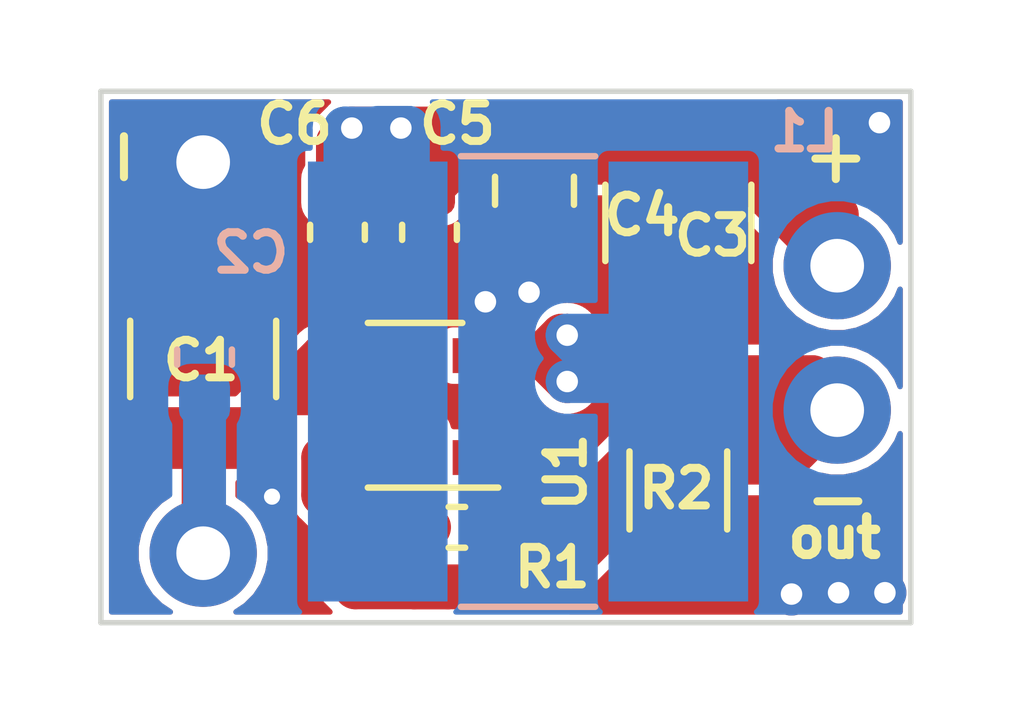
<source format=kicad_pcb>
(kicad_pcb (version 20171130) (host pcbnew "(5.1.7)-1")

  (general
    (thickness 1.6)
    (drawings 5)
    (tracks 135)
    (zones 0)
    (modules 14)
    (nets 7)
  )

  (page A4)
  (layers
    (0 F.Cu signal)
    (31 B.Cu signal)
    (32 B.Adhes user)
    (33 F.Adhes user)
    (34 B.Paste user)
    (35 F.Paste user)
    (36 B.SilkS user)
    (37 F.SilkS user)
    (38 B.Mask user)
    (39 F.Mask user)
    (40 Dwgs.User user)
    (41 Cmts.User user)
    (42 Eco1.User user)
    (43 Eco2.User user)
    (44 Edge.Cuts user)
    (45 Margin user)
    (46 B.CrtYd user)
    (47 F.CrtYd user)
    (48 B.Fab user hide)
    (49 F.Fab user hide)
  )

  (setup
    (last_trace_width 0.25)
    (user_trace_width 0.3)
    (user_trace_width 0.4)
    (user_trace_width 0.6)
    (user_trace_width 0.8)
    (user_trace_width 0.9)
    (user_trace_width 1)
    (trace_clearance 0.2)
    (zone_clearance 0.1)
    (zone_45_only no)
    (trace_min 0.2)
    (via_size 0.8)
    (via_drill 0.4)
    (via_min_size 0.4)
    (via_min_drill 0.3)
    (user_via 0.6 0.3)
    (user_via 0.8 0.4)
    (uvia_size 0.3)
    (uvia_drill 0.1)
    (uvias_allowed no)
    (uvia_min_size 0.2)
    (uvia_min_drill 0.1)
    (edge_width 0.05)
    (segment_width 0.2)
    (pcb_text_width 0.3)
    (pcb_text_size 1.5 1.5)
    (mod_edge_width 0.12)
    (mod_text_size 1 1)
    (mod_text_width 0.15)
    (pad_size 2 2)
    (pad_drill 1)
    (pad_to_mask_clearance 0)
    (aux_axis_origin 0 0)
    (visible_elements 7FFFFFFF)
    (pcbplotparams
      (layerselection 0x010fc_ffffffff)
      (usegerberextensions true)
      (usegerberattributes true)
      (usegerberadvancedattributes true)
      (creategerberjobfile false)
      (excludeedgelayer true)
      (linewidth 0.100000)
      (plotframeref false)
      (viasonmask false)
      (mode 1)
      (useauxorigin false)
      (hpglpennumber 1)
      (hpglpenspeed 20)
      (hpglpendiameter 15.000000)
      (psnegative false)
      (psa4output false)
      (plotreference true)
      (plotvalue true)
      (plotinvisibletext false)
      (padsonsilk true)
      (subtractmaskfromsilk false)
      (outputformat 1)
      (mirror false)
      (drillshape 0)
      (scaleselection 1)
      (outputdirectory "Gerber/"))
  )

  (net 0 "")
  (net 1 GND)
  (net 2 VCC)
  (net 3 OUT+)
  (net 4 OUT-)
  (net 5 "Net-(L1-Pad1)")
  (net 6 "Net-(R1-Pad1)")

  (net_class Default "This is the default net class."
    (clearance 0.2)
    (trace_width 0.25)
    (via_dia 0.8)
    (via_drill 0.4)
    (uvia_dia 0.3)
    (uvia_drill 0.1)
    (add_net GND)
    (add_net "Net-(L1-Pad1)")
    (add_net "Net-(R1-Pad1)")
    (add_net OUT+)
    (add_net OUT-)
    (add_net VCC)
  )

  (module Capacitor_SMD:C_0603_1608Metric (layer B.Cu) (tedit 5F68FEEE) (tstamp 5FC77A5B)
    (at 140.462 88.3176 90)
    (descr "Capacitor SMD 0603 (1608 Metric), square (rectangular) end terminal, IPC_7351 nominal, (Body size source: IPC-SM-782 page 76, https://www.pcb-3d.com/wordpress/wp-content/uploads/ipc-sm-782a_amendment_1_and_2.pdf), generated with kicad-footprint-generator")
    (tags capacitor)
    (path /5FC4705C)
    (attr smd)
    (fp_text reference C2 (at 1.9449 0.8636 180) (layer B.SilkS)
      (effects (font (size 0.7 0.7) (thickness 0.15)) (justify mirror))
    )
    (fp_text value 10uF (at 0 -2.3 90) (layer B.Fab)
      (effects (font (size 1 1) (thickness 0.15)) (justify mirror))
    )
    (fp_line (start 1.48 -0.73) (end -1.48 -0.73) (layer B.CrtYd) (width 0.05))
    (fp_line (start 1.48 0.73) (end 1.48 -0.73) (layer B.CrtYd) (width 0.05))
    (fp_line (start -1.48 0.73) (end 1.48 0.73) (layer B.CrtYd) (width 0.05))
    (fp_line (start -1.48 -0.73) (end -1.48 0.73) (layer B.CrtYd) (width 0.05))
    (fp_line (start -0.14058 -0.51) (end 0.14058 -0.51) (layer B.SilkS) (width 0.12))
    (fp_line (start -0.14058 0.51) (end 0.14058 0.51) (layer B.SilkS) (width 0.12))
    (fp_line (start 0.8 -0.4) (end -0.8 -0.4) (layer B.Fab) (width 0.1))
    (fp_line (start 0.8 0.4) (end 0.8 -0.4) (layer B.Fab) (width 0.1))
    (fp_line (start -0.8 0.4) (end 0.8 0.4) (layer B.Fab) (width 0.1))
    (fp_line (start -0.8 -0.4) (end -0.8 0.4) (layer B.Fab) (width 0.1))
    (fp_text user %R (at 0 0 90) (layer B.Fab)
      (effects (font (size 0.8 0.8) (thickness 0.12)) (justify mirror))
    )
    (pad 2 smd roundrect (at 0.775 0 90) (size 0.9 0.95) (layers B.Cu B.Paste B.Mask) (roundrect_rratio 0.25)
      (net 1 GND))
    (pad 1 smd roundrect (at -0.775 0 90) (size 0.9 0.95) (layers B.Cu B.Paste B.Mask) (roundrect_rratio 0.25)
      (net 2 VCC))
    (model ${KISYS3DMOD}/Capacitor_SMD.3dshapes/C_0603_1608Metric.wrl
      (at (xyz 0 0 0))
      (scale (xyz 1 1 1))
      (rotate (xyz 0 0 0))
    )
  )

  (module Capacitor_SMD:C_0603_1608Metric (layer F.Cu) (tedit 5F68FEEE) (tstamp 5FC755D4)
    (at 144.653 85.992 270)
    (descr "Capacitor SMD 0603 (1608 Metric), square (rectangular) end terminal, IPC_7351 nominal, (Body size source: IPC-SM-782 page 76, https://www.pcb-3d.com/wordpress/wp-content/uploads/ipc-sm-782a_amendment_1_and_2.pdf), generated with kicad-footprint-generator")
    (tags capacitor)
    (path /5FC5837D)
    (attr smd)
    (fp_text reference C5 (at -2.0196 -0.5207 180) (layer F.SilkS)
      (effects (font (size 0.7 0.7) (thickness 0.15)))
    )
    (fp_text value 1uF (at 0 1.43 90) (layer F.Fab)
      (effects (font (size 1 1) (thickness 0.15)))
    )
    (fp_line (start 1.48 0.73) (end -1.48 0.73) (layer F.CrtYd) (width 0.05))
    (fp_line (start 1.48 -0.73) (end 1.48 0.73) (layer F.CrtYd) (width 0.05))
    (fp_line (start -1.48 -0.73) (end 1.48 -0.73) (layer F.CrtYd) (width 0.05))
    (fp_line (start -1.48 0.73) (end -1.48 -0.73) (layer F.CrtYd) (width 0.05))
    (fp_line (start -0.14058 0.51) (end 0.14058 0.51) (layer F.SilkS) (width 0.12))
    (fp_line (start -0.14058 -0.51) (end 0.14058 -0.51) (layer F.SilkS) (width 0.12))
    (fp_line (start 0.8 0.4) (end -0.8 0.4) (layer F.Fab) (width 0.1))
    (fp_line (start 0.8 -0.4) (end 0.8 0.4) (layer F.Fab) (width 0.1))
    (fp_line (start -0.8 -0.4) (end 0.8 -0.4) (layer F.Fab) (width 0.1))
    (fp_line (start -0.8 0.4) (end -0.8 -0.4) (layer F.Fab) (width 0.1))
    (fp_text user %R (at 0 0 90) (layer F.Fab)
      (effects (font (size 0.4 0.4) (thickness 0.06)))
    )
    (pad 2 smd roundrect (at 0.775 0 270) (size 0.9 0.95) (layers F.Cu F.Paste F.Mask) (roundrect_rratio 0.25)
      (net 1 GND))
    (pad 1 smd roundrect (at -0.775 0 270) (size 0.9 0.95) (layers F.Cu F.Paste F.Mask) (roundrect_rratio 0.25)
      (net 3 OUT+))
    (model ${KISYS3DMOD}/Capacitor_SMD.3dshapes/C_0603_1608Metric.wrl
      (at (xyz 0 0 0))
      (scale (xyz 1 1 1))
      (rotate (xyz 0 0 0))
    )
  )

  (module Capacitor_SMD:C_0603_1608Metric (layer F.Cu) (tedit 5F68FEEE) (tstamp 5FC75553)
    (at 142.9385 85.992 270)
    (descr "Capacitor SMD 0603 (1608 Metric), square (rectangular) end terminal, IPC_7351 nominal, (Body size source: IPC-SM-782 page 76, https://www.pcb-3d.com/wordpress/wp-content/uploads/ipc-sm-782a_amendment_1_and_2.pdf), generated with kicad-footprint-generator")
    (tags capacitor)
    (path /5FC4C0B2)
    (attr smd)
    (fp_text reference C6 (at -2.0196 0.8001 180) (layer F.SilkS)
      (effects (font (size 0.7 0.7) (thickness 0.15)))
    )
    (fp_text value 100nF (at 0 1.43 90) (layer F.Fab)
      (effects (font (size 1 1) (thickness 0.15)))
    )
    (fp_line (start 1.48 0.73) (end -1.48 0.73) (layer F.CrtYd) (width 0.05))
    (fp_line (start 1.48 -0.73) (end 1.48 0.73) (layer F.CrtYd) (width 0.05))
    (fp_line (start -1.48 -0.73) (end 1.48 -0.73) (layer F.CrtYd) (width 0.05))
    (fp_line (start -1.48 0.73) (end -1.48 -0.73) (layer F.CrtYd) (width 0.05))
    (fp_line (start -0.14058 0.51) (end 0.14058 0.51) (layer F.SilkS) (width 0.12))
    (fp_line (start -0.14058 -0.51) (end 0.14058 -0.51) (layer F.SilkS) (width 0.12))
    (fp_line (start 0.8 0.4) (end -0.8 0.4) (layer F.Fab) (width 0.1))
    (fp_line (start 0.8 -0.4) (end 0.8 0.4) (layer F.Fab) (width 0.1))
    (fp_line (start -0.8 -0.4) (end 0.8 -0.4) (layer F.Fab) (width 0.1))
    (fp_line (start -0.8 0.4) (end -0.8 -0.4) (layer F.Fab) (width 0.1))
    (fp_text user %R (at 0 0 90) (layer F.Fab)
      (effects (font (size 0.4 0.4) (thickness 0.06)))
    )
    (pad 2 smd roundrect (at 0.775 0 270) (size 0.9 0.95) (layers F.Cu F.Paste F.Mask) (roundrect_rratio 0.25)
      (net 1 GND))
    (pad 1 smd roundrect (at -0.775 0 270) (size 0.9 0.95) (layers F.Cu F.Paste F.Mask) (roundrect_rratio 0.25)
      (net 3 OUT+))
    (model ${KISYS3DMOD}/Capacitor_SMD.3dshapes/C_0603_1608Metric.wrl
      (at (xyz 0 0 0))
      (scale (xyz 1 1 1))
      (rotate (xyz 0 0 0))
    )
  )

  (module Capacitor_SMD:C_1210_3225Metric (layer F.Cu) (tedit 5F68FEEE) (tstamp 5FC77C9B)
    (at 149.2885 85.8157 270)
    (descr "Capacitor SMD 1210 (3225 Metric), square (rectangular) end terminal, IPC_7351 nominal, (Body size source: IPC-SM-782 page 76, https://www.pcb-3d.com/wordpress/wp-content/uploads/ipc-sm-782a_amendment_1_and_2.pdf), generated with kicad-footprint-generator")
    (tags capacitor)
    (path /5FC4BE7B)
    (attr smd)
    (fp_text reference C3 (at 0.2395 -0.635 180) (layer F.SilkS)
      (effects (font (size 0.7 0.7) (thickness 0.15)))
    )
    (fp_text value 47uF (at 0 2.3 90) (layer F.Fab)
      (effects (font (size 1 1) (thickness 0.15)))
    )
    (fp_line (start -1.6 1.25) (end -1.6 -1.25) (layer F.Fab) (width 0.1))
    (fp_line (start -1.6 -1.25) (end 1.6 -1.25) (layer F.Fab) (width 0.1))
    (fp_line (start 1.6 -1.25) (end 1.6 1.25) (layer F.Fab) (width 0.1))
    (fp_line (start 1.6 1.25) (end -1.6 1.25) (layer F.Fab) (width 0.1))
    (fp_line (start -0.711252 -1.36) (end 0.711252 -1.36) (layer F.SilkS) (width 0.12))
    (fp_line (start -0.711252 1.36) (end 0.711252 1.36) (layer F.SilkS) (width 0.12))
    (fp_line (start -2.3 1.6) (end -2.3 -1.6) (layer F.CrtYd) (width 0.05))
    (fp_line (start -2.3 -1.6) (end 2.3 -1.6) (layer F.CrtYd) (width 0.05))
    (fp_line (start 2.3 -1.6) (end 2.3 1.6) (layer F.CrtYd) (width 0.05))
    (fp_line (start 2.3 1.6) (end -2.3 1.6) (layer F.CrtYd) (width 0.05))
    (fp_text user %R (at 0 0 90) (layer F.Fab)
      (effects (font (size 0.8 0.8) (thickness 0.12)))
    )
    (pad 2 smd roundrect (at 1.475 0 270) (size 1.15 2.7) (layers F.Cu F.Paste F.Mask) (roundrect_rratio 0.2173904347826087)
      (net 1 GND))
    (pad 1 smd roundrect (at -1.475 0 270) (size 1.15 2.7) (layers F.Cu F.Paste F.Mask) (roundrect_rratio 0.2173904347826087)
      (net 3 OUT+))
    (model ${KISYS3DMOD}/Capacitor_SMD.3dshapes/C_1210_3225Metric.wrl
      (at (xyz 0 0 0))
      (scale (xyz 1 1 1))
      (rotate (xyz 0 0 0))
    )
  )

  (module Capacitor_SMD:C_1210_3225Metric (layer F.Cu) (tedit 5F68FEEE) (tstamp 5FC6E660)
    (at 140.4366 88.3521 90)
    (descr "Capacitor SMD 1210 (3225 Metric), square (rectangular) end terminal, IPC_7351 nominal, (Body size source: IPC-SM-782 page 76, https://www.pcb-3d.com/wordpress/wp-content/uploads/ipc-sm-782a_amendment_1_and_2.pdf), generated with kicad-footprint-generator")
    (tags capacitor)
    (path /5FC502CD)
    (attr smd)
    (fp_text reference C1 (at -0.0272 -0.0381 180) (layer F.SilkS)
      (effects (font (size 0.7 0.7) (thickness 0.15)))
    )
    (fp_text value 10uF (at 0 2.3 90) (layer F.Fab)
      (effects (font (size 1 1) (thickness 0.15)))
    )
    (fp_line (start -1.6 1.25) (end -1.6 -1.25) (layer F.Fab) (width 0.1))
    (fp_line (start -1.6 -1.25) (end 1.6 -1.25) (layer F.Fab) (width 0.1))
    (fp_line (start 1.6 -1.25) (end 1.6 1.25) (layer F.Fab) (width 0.1))
    (fp_line (start 1.6 1.25) (end -1.6 1.25) (layer F.Fab) (width 0.1))
    (fp_line (start -0.711252 -1.36) (end 0.711252 -1.36) (layer F.SilkS) (width 0.12))
    (fp_line (start -0.711252 1.36) (end 0.711252 1.36) (layer F.SilkS) (width 0.12))
    (fp_line (start -2.3 1.6) (end -2.3 -1.6) (layer F.CrtYd) (width 0.05))
    (fp_line (start -2.3 -1.6) (end 2.3 -1.6) (layer F.CrtYd) (width 0.05))
    (fp_line (start 2.3 -1.6) (end 2.3 1.6) (layer F.CrtYd) (width 0.05))
    (fp_line (start 2.3 1.6) (end -2.3 1.6) (layer F.CrtYd) (width 0.05))
    (fp_text user %R (at 0 0 90) (layer F.Fab)
      (effects (font (size 0.8 0.8) (thickness 0.12)))
    )
    (pad 2 smd roundrect (at 1.475 0 90) (size 1.15 2.7) (layers F.Cu F.Paste F.Mask) (roundrect_rratio 0.2173904347826087)
      (net 1 GND))
    (pad 1 smd roundrect (at -1.475 0 90) (size 1.15 2.7) (layers F.Cu F.Paste F.Mask) (roundrect_rratio 0.2173904347826087)
      (net 2 VCC))
    (model ${KISYS3DMOD}/Capacitor_SMD.3dshapes/C_1210_3225Metric.wrl
      (at (xyz 0 0 0))
      (scale (xyz 1 1 1))
      (rotate (xyz 0 0 0))
    )
  )

  (module Mounting_Wuerth:MountingHole_2mm_Pad_Giannis_custom (layer F.Cu) (tedit 5FC6AFD8) (tstamp 5FC7694E)
    (at 140.4366 84.3661)
    (descr "Mounting Hole 2.5mm")
    (tags "mounting hole 2.5mm")
    (path /5FC7E479)
    (attr virtual)
    (fp_text reference H2 (at 0.1016 -2.9845) (layer F.SilkS) hide
      (effects (font (size 1 1) (thickness 0.15)))
    )
    (fp_text value MountingHole_Pad (at 0 3.5) (layer F.Fab)
      (effects (font (size 1 1) (thickness 0.15)))
    )
    (fp_text user %R (at 0.3 0) (layer F.Fab)
      (effects (font (size 1 1) (thickness 0.15)))
    )
    (pad 1 thru_hole circle (at 0 0.3175) (size 2 2) (drill 1) (layers *.Cu *.Mask)
      (net 1 GND))
  )

  (module Resistor_SMD:R_0402_1005Metric (layer F.Cu) (tedit 5F68FEEE) (tstamp 5FC72B1C)
    (at 145.163 91.4908 180)
    (descr "Resistor SMD 0402 (1005 Metric), square (rectangular) end terminal, IPC_7351 nominal, (Body size source: IPC-SM-782 page 72, https://www.pcb-3d.com/wordpress/wp-content/uploads/ipc-sm-782a_amendment_1_and_2.pdf), generated with kicad-footprint-generator")
    (tags resistor)
    (path /5FC60352)
    (attr smd)
    (fp_text reference R1 (at -1.776 -0.7493 180) (layer F.SilkS)
      (effects (font (size 0.7 0.7) (thickness 0.15)))
    )
    (fp_text value 10k (at 0 1.82) (layer F.Fab)
      (effects (font (size 1 1) (thickness 0.15)))
    )
    (fp_line (start 0.93 0.47) (end -0.93 0.47) (layer F.CrtYd) (width 0.05))
    (fp_line (start 0.93 -0.47) (end 0.93 0.47) (layer F.CrtYd) (width 0.05))
    (fp_line (start -0.93 -0.47) (end 0.93 -0.47) (layer F.CrtYd) (width 0.05))
    (fp_line (start -0.93 0.47) (end -0.93 -0.47) (layer F.CrtYd) (width 0.05))
    (fp_line (start -0.153641 0.38) (end 0.153641 0.38) (layer F.SilkS) (width 0.12))
    (fp_line (start -0.153641 -0.38) (end 0.153641 -0.38) (layer F.SilkS) (width 0.12))
    (fp_line (start 0.525 0.27) (end -0.525 0.27) (layer F.Fab) (width 0.1))
    (fp_line (start 0.525 -0.27) (end 0.525 0.27) (layer F.Fab) (width 0.1))
    (fp_line (start -0.525 -0.27) (end 0.525 -0.27) (layer F.Fab) (width 0.1))
    (fp_line (start -0.525 0.27) (end -0.525 -0.27) (layer F.Fab) (width 0.1))
    (fp_text user %R (at 0 0) (layer F.Fab)
      (effects (font (size 0.8 0.8) (thickness 0.12)))
    )
    (pad 2 smd roundrect (at 0.51 0 180) (size 0.54 0.64) (layers F.Cu F.Paste F.Mask) (roundrect_rratio 0.25)
      (net 2 VCC))
    (pad 1 smd roundrect (at -0.51 0 180) (size 0.54 0.64) (layers F.Cu F.Paste F.Mask) (roundrect_rratio 0.25)
      (net 6 "Net-(R1-Pad1)"))
    (model ${KISYS3DMOD}/Resistor_SMD.3dshapes/R_0402_1005Metric.wrl
      (at (xyz 0 0 0))
      (scale (xyz 1 1 1))
      (rotate (xyz 0 0 0))
    )
  )

  (module MountingHole:MountingHole_2.5mm_Pad (layer F.Cu) (tedit 5FC6B070) (tstamp 5FC77C1A)
    (at 154.686 89.408)
    (descr "Mounting Hole 2.5mm")
    (tags "mounting hole 2.5mm")
    (path /5FC80729)
    (attr virtual)
    (fp_text reference - (at -2.4257 1.524) (layer F.SilkS)
      (effects (font (size 1 1) (thickness 0.15)))
    )
    (fp_text value MountingHole_Pad (at 0 3.5) (layer F.Fab)
      (effects (font (size 1 1) (thickness 0.15)))
    )
    (fp_text user %R (at 0.3 0) (layer F.Fab)
      (effects (font (size 1 1) (thickness 0.15)))
    )
    (pad 1 thru_hole circle (at -2.4384 -0.1016) (size 2 2) (drill 1) (layers *.Cu *.Mask)
      (net 4 OUT-))
  )

  (module MountingHole:MountingHole_2.5mm_Pad (layer F.Cu) (tedit 5FC6B04F) (tstamp 5FC7684F)
    (at 154.686 86.106)
    (descr "Mounting Hole 2.5mm")
    (tags "mounting hole 2.5mm")
    (path /5FC7F5A5)
    (attr virtual)
    (fp_text reference + (at -2.4638 -1.5621) (layer F.SilkS)
      (effects (font (size 1 1) (thickness 0.15)))
    )
    (fp_text value MountingHole_Pad (at 0 3.5) (layer F.Fab)
      (effects (font (size 1 1) (thickness 0.15)))
    )
    (fp_text user %R (at 0.3 0) (layer F.Fab)
      (effects (font (size 1 1) (thickness 0.15)))
    )
    (pad 1 thru_hole circle (at -2.4384 0.508) (size 2 2) (drill 1) (layers *.Cu *.Mask)
      (net 3 OUT+))
  )

  (module MountingHole:MountingHole_2.5mm_Pad (layer F.Cu) (tedit 5FC6B02E) (tstamp 5FC77757)
    (at 139.6746 89.8271)
    (descr "Mounting Hole 2.5mm")
    (tags "mounting hole 2.5mm")
    (path /5FC683DC)
    (attr virtual)
    (fp_text reference - (at -0.7874 -5.2451 90) (layer F.SilkS)
      (effects (font (size 1 1) (thickness 0.15)))
    )
    (fp_text value MountingHole_Pad (at 0 3.5) (layer F.Fab)
      (effects (font (size 1 1) (thickness 0.15)))
    )
    (fp_text user %R (at 0.3 0) (layer F.Fab)
      (effects (font (size 1 1) (thickness 0.15)))
    )
    (pad 1 thru_hole circle (at 0.762 2.1463) (size 2 2) (drill 1) (layers *.Cu *.Mask)
      (net 2 VCC))
  )

  (module Capacitor_SMD:C_0805_2012Metric (layer F.Cu) (tedit 5F68FEEE) (tstamp 5FC76D03)
    (at 146.6088 85.217 270)
    (descr "Capacitor SMD 0805 (2012 Metric), square (rectangular) end terminal, IPC_7351 nominal, (Body size source: IPC-SM-782 page 76, https://www.pcb-3d.com/wordpress/wp-content/uploads/ipc-sm-782a_amendment_1_and_2.pdf, https://docs.google.com/spreadsheets/d/1BsfQQcO9C6DZCsRaXUlFlo91Tg2WpOkGARC1WS5S8t0/edit?usp=sharing), generated with kicad-footprint-generator")
    (tags capacitor)
    (path /5FC56C6D)
    (attr smd)
    (fp_text reference C4 (at 0.4572 -2.0066 180) (layer F.SilkS)
      (effects (font (size 0.7 0.7) (thickness 0.15)))
    )
    (fp_text value 10uF (at 0 1.68 90) (layer F.Fab)
      (effects (font (size 1 1) (thickness 0.15)))
    )
    (fp_line (start 1.7 0.98) (end -1.7 0.98) (layer F.CrtYd) (width 0.05))
    (fp_line (start 1.7 -0.98) (end 1.7 0.98) (layer F.CrtYd) (width 0.05))
    (fp_line (start -1.7 -0.98) (end 1.7 -0.98) (layer F.CrtYd) (width 0.05))
    (fp_line (start -1.7 0.98) (end -1.7 -0.98) (layer F.CrtYd) (width 0.05))
    (fp_line (start -0.261252 0.735) (end 0.261252 0.735) (layer F.SilkS) (width 0.12))
    (fp_line (start -0.261252 -0.735) (end 0.261252 -0.735) (layer F.SilkS) (width 0.12))
    (fp_line (start 1 0.625) (end -1 0.625) (layer F.Fab) (width 0.1))
    (fp_line (start 1 -0.625) (end 1 0.625) (layer F.Fab) (width 0.1))
    (fp_line (start -1 -0.625) (end 1 -0.625) (layer F.Fab) (width 0.1))
    (fp_line (start -1 0.625) (end -1 -0.625) (layer F.Fab) (width 0.1))
    (fp_text user %R (at 0 0 90) (layer F.Fab)
      (effects (font (size 0.5 0.5) (thickness 0.08)))
    )
    (pad 2 smd roundrect (at 0.95 0 270) (size 1 1.45) (layers F.Cu F.Paste F.Mask) (roundrect_rratio 0.25)
      (net 1 GND))
    (pad 1 smd roundrect (at -0.95 0 270) (size 1 1.45) (layers F.Cu F.Paste F.Mask) (roundrect_rratio 0.25)
      (net 3 OUT+))
    (model ${KISYS3DMOD}/Capacitor_SMD.3dshapes/C_0805_2012Metric.wrl
      (at (xyz 0 0 0))
      (scale (xyz 1 1 1))
      (rotate (xyz 0 0 0))
    )
  )

  (module Package_TO_SOT_SMD:TSOT-23-5 (layer F.Cu) (tedit 5A02FF57) (tstamp 5FC73FBC)
    (at 144.3844 89.2404 180)
    (descr "5-pin TSOT23 package, http://cds.linear.com/docs/en/packaging/SOT_5_05-08-1635.pdf")
    (tags TSOT-23-5)
    (path /5FC405BB)
    (attr smd)
    (fp_text reference U1 (at -2.8086 -1.2217 90) (layer F.SilkS)
      (effects (font (size 0.7 0.7) (thickness 0.15)))
    )
    (fp_text value PAM2804 (at 0 2.5) (layer F.Fab)
      (effects (font (size 1 1) (thickness 0.15)))
    )
    (fp_line (start -0.88 1.56) (end 0.88 1.56) (layer F.SilkS) (width 0.12))
    (fp_line (start 0.88 -1.51) (end -1.55 -1.51) (layer F.SilkS) (width 0.12))
    (fp_line (start -0.88 -1) (end -0.43 -1.45) (layer F.Fab) (width 0.1))
    (fp_line (start 0.88 -1.45) (end -0.43 -1.45) (layer F.Fab) (width 0.1))
    (fp_line (start -0.88 -1) (end -0.88 1.45) (layer F.Fab) (width 0.1))
    (fp_line (start 0.88 1.45) (end -0.88 1.45) (layer F.Fab) (width 0.1))
    (fp_line (start 0.88 -1.45) (end 0.88 1.45) (layer F.Fab) (width 0.1))
    (fp_line (start -2.17 -1.7) (end 2.17 -1.7) (layer F.CrtYd) (width 0.05))
    (fp_line (start -2.17 -1.7) (end -2.17 1.7) (layer F.CrtYd) (width 0.05))
    (fp_line (start 2.17 1.7) (end 2.17 -1.7) (layer F.CrtYd) (width 0.05))
    (fp_line (start 2.17 1.7) (end -2.17 1.7) (layer F.CrtYd) (width 0.05))
    (fp_text user %R (at 0 0 180) (layer F.Fab)
      (effects (font (size 0.5 0.5) (thickness 0.075)))
    )
    (pad 5 smd rect (at 1.31 -0.95 180) (size 1.22 0.65) (layers F.Cu F.Paste F.Mask)
      (net 4 OUT-))
    (pad 4 smd rect (at 1.31 0.95 180) (size 1.22 0.65) (layers F.Cu F.Paste F.Mask)
      (net 2 VCC))
    (pad 3 smd rect (at -1.31 0.95 180) (size 1.22 0.65) (layers F.Cu F.Paste F.Mask)
      (net 5 "Net-(L1-Pad1)"))
    (pad 2 smd rect (at -1.31 0 180) (size 1.22 0.65) (layers F.Cu F.Paste F.Mask)
      (net 1 GND))
    (pad 1 smd rect (at -1.31 -0.95 180) (size 1.22 0.65) (layers F.Cu F.Paste F.Mask)
      (net 6 "Net-(R1-Pad1)"))
    (model ${KISYS3DMOD}/Package_TO_SOT_SMD.3dshapes/TSOT-23-5.wrl
      (at (xyz 0 0 0))
      (scale (xyz 1 1 1))
      (rotate (xyz 0 0 0))
    )
  )

  (module Resistor_SMD:R_1206_3216Metric (layer F.Cu) (tedit 5F68FEEE) (tstamp 5FC739E0)
    (at 149.2885 90.803 270)
    (descr "Resistor SMD 1206 (3216 Metric), square (rectangular) end terminal, IPC_7351 nominal, (Body size source: IPC-SM-782 page 72, https://www.pcb-3d.com/wordpress/wp-content/uploads/ipc-sm-782a_amendment_1_and_2.pdf), generated with kicad-footprint-generator")
    (tags resistor)
    (path /5FC53DC6)
    (attr smd)
    (fp_text reference R2 (at -0.0361 0.0381) (layer F.SilkS)
      (effects (font (size 0.7 0.7) (thickness 0.15)))
    )
    (fp_text value 0.33R (at 0 1.82 90) (layer F.Fab)
      (effects (font (size 1 1) (thickness 0.15)))
    )
    (fp_line (start 2.28 1.12) (end -2.28 1.12) (layer F.CrtYd) (width 0.05))
    (fp_line (start 2.28 -1.12) (end 2.28 1.12) (layer F.CrtYd) (width 0.05))
    (fp_line (start -2.28 -1.12) (end 2.28 -1.12) (layer F.CrtYd) (width 0.05))
    (fp_line (start -2.28 1.12) (end -2.28 -1.12) (layer F.CrtYd) (width 0.05))
    (fp_line (start -0.727064 0.91) (end 0.727064 0.91) (layer F.SilkS) (width 0.12))
    (fp_line (start -0.727064 -0.91) (end 0.727064 -0.91) (layer F.SilkS) (width 0.12))
    (fp_line (start 1.6 0.8) (end -1.6 0.8) (layer F.Fab) (width 0.1))
    (fp_line (start 1.6 -0.8) (end 1.6 0.8) (layer F.Fab) (width 0.1))
    (fp_line (start -1.6 -0.8) (end 1.6 -0.8) (layer F.Fab) (width 0.1))
    (fp_line (start -1.6 0.8) (end -1.6 -0.8) (layer F.Fab) (width 0.1))
    (fp_text user %R (at 0 0 90) (layer F.Fab)
      (effects (font (size 0.8 0.8) (thickness 0.12)))
    )
    (pad 1 smd roundrect (at -1.4625 0 270) (size 1.125 1.75) (layers F.Cu F.Paste F.Mask) (roundrect_rratio 0.2222195555555556)
      (net 4 OUT-))
    (pad 2 smd roundrect (at 1.4625 0 270) (size 1.125 1.75) (layers F.Cu F.Paste F.Mask) (roundrect_rratio 0.2222195555555556)
      (net 1 GND))
    (model ${KISYS3DMOD}/Resistor_SMD.3dshapes/R_1206_3216Metric.wrl
      (at (xyz 0 0 0))
      (scale (xyz 1 1 1))
      (rotate (xyz 0 0 0))
    )
  )

  (module Inductor_SMD:L_Bourns-SRN8040_8x8.15mm (layer B.Cu) (tedit 5D866CC7) (tstamp 5FC6DEF5)
    (at 146.4885 88.773 180)
    (descr "Bourns SRN8040 series SMD inductor 8x8.15mm, https://www.bourns.com/docs/Product-Datasheets/SRN8040.pdf")
    (tags "Bourns SRN8040 SMD inductor")
    (path /5FC49BAF)
    (attr smd)
    (fp_text reference L1 (at -5.1495 4.6609) (layer B.SilkS)
      (effects (font (size 0.7 0.7) (thickness 0.15)) (justify mirror))
    )
    (fp_text value 4.7uH (at 0.17 -5.23) (layer B.Fab)
      (effects (font (size 1 1) (thickness 0.15)) (justify mirror))
    )
    (fp_line (start -4.35 -4.35) (end 4.35 -4.35) (layer B.CrtYd) (width 0.05))
    (fp_line (start 1.25 4.2) (end -1.25 4.2) (layer B.SilkS) (width 0.12))
    (fp_line (start -1.8 4.075) (end 1.8 4.075) (layer B.Fab) (width 0.1))
    (fp_line (start -4 1.96) (end -4 -1.96) (layer B.Fab) (width 0.1))
    (fp_line (start 4 1.96) (end 4 -1.96) (layer B.Fab) (width 0.1))
    (fp_line (start -1.25 -4.2) (end 1.25 -4.2) (layer B.SilkS) (width 0.12))
    (fp_line (start 4.35 4.35) (end 4.35 -4.35) (layer B.CrtYd) (width 0.05))
    (fp_line (start 1.8 -4.075) (end -1.8 -4.075) (layer B.Fab) (width 0.1))
    (fp_line (start -4.35 4.35) (end 4.35 4.35) (layer B.CrtYd) (width 0.05))
    (fp_line (start -4.35 4.35) (end -4.35 -4.35) (layer B.CrtYd) (width 0.05))
    (fp_arc (start 0 0) (end 1.8 -4.075) (angle 40) (layer B.Fab) (width 0.1))
    (fp_text user %R (at 0.127 0) (layer B.Fab)
      (effects (font (size 1 1) (thickness 0.15)) (justify mirror))
    )
    (fp_arc (start 0 0) (end -1.8 4.075) (angle 40) (layer B.Fab) (width 0.1))
    (fp_arc (start 0 0) (end -4 -1.96) (angle 40) (layer B.Fab) (width 0.1))
    (fp_arc (start 0 0) (end 4 1.96) (angle 40.06324546) (layer B.Fab) (width 0.1))
    (pad 2 smd rect (at 2.8 0 180) (size 2.6 8.2) (layers B.Cu B.Paste B.Mask)
      (net 3 OUT+))
    (pad 1 smd rect (at -2.8 0 180) (size 2.6 8.2) (layers B.Cu B.Paste B.Mask)
      (net 5 "Net-(L1-Pad1)"))
    (model ${KISYS3DMOD}/Inductor_SMD.3dshapes/L_Bourns-SRN8040_8x8.15mm.wrl
      (at (xyz 0 0 0))
      (scale (xyz 1 1 1))
      (rotate (xyz 0 0 0))
    )
  )

  (gr_text out (at 152.1968 91.6813) (layer F.SilkS)
    (effects (font (size 0.7 0.7) (thickness 0.175)))
  )
  (gr_line (start 153.6192 83.3628) (end 153.6192 93.2688) (layer Edge.Cuts) (width 0.1))
  (gr_line (start 138.5316 83.3628) (end 153.6192 83.3628) (layer Edge.Cuts) (width 0.1))
  (gr_line (start 138.5316 93.2688) (end 138.5316 83.3628) (layer Edge.Cuts) (width 0.1))
  (gr_line (start 153.6192 93.2688) (end 138.5316 93.2688) (layer Edge.Cuts) (width 0.1))

  (segment (start 140.4366 86.8771) (end 140.4366 84.6836) (width 0.8) (layer F.Cu) (net 1) (tstamp 5FCB1708))
  (via (at 151.3967 92.7354) (size 0.8) (drill 0.4) (layers F.Cu B.Cu) (net 1))
  (via (at 152.273 92.71) (size 0.8) (drill 0.4) (layers F.Cu B.Cu) (net 1))
  (via (at 153.1366 92.71) (size 0.8) (drill 0.4) (layers F.Cu B.Cu) (net 1))
  (via (at 145.6944 87.2871) (size 0.8) (drill 0.4) (layers F.Cu B.Cu) (net 1))
  (via (at 146.5072 87.1093) (size 0.8) (drill 0.4) (layers F.Cu B.Cu) (net 1))
  (via (at 153.035 83.947) (size 0.8) (drill 0.4) (layers F.Cu B.Cu) (net 1))
  (via (at 141.7193 90.9193) (size 0.6) (drill 0.3) (layers F.Cu B.Cu) (net 1))
  (segment (start 140.4366 91.9734) (end 140.4366 89.8271) (width 0.8) (layer F.Cu) (net 2))
  (segment (start 140.4366 89.8271) (end 141.1224 89.8271) (width 0.8) (layer F.Cu) (net 2))
  (segment (start 142.6591 88.2904) (end 143.0744 88.2904) (width 0.8) (layer F.Cu) (net 2))
  (segment (start 143.4846 88.2904) (end 143.0744 88.2904) (width 0.8) (layer F.Cu) (net 2))
  (segment (start 144.653 91.4908) (end 144.47191 91.30971) (width 0.8) (layer F.Cu) (net 2))
  (segment (start 143.0744 88.2904) (end 143.0744 88.383673) (width 0.8) (layer F.Cu) (net 2))
  (segment (start 144.47191 89.781183) (end 144.47191 91.30971) (width 0.8) (layer F.Cu) (net 2))
  (segment (start 143.387526 88.6968) (end 143.474163 88.783437) (width 0.8) (layer F.Cu) (net 2))
  (segment (start 142.2527 88.6968) (end 143.387526 88.6968) (width 0.8) (layer F.Cu) (net 2))
  (segment (start 143.0744 88.383673) (end 143.474163 88.783437) (width 0.8) (layer F.Cu) (net 2))
  (segment (start 142.2527 88.6968) (end 142.6591 88.2904) (width 0.8) (layer F.Cu) (net 2))
  (segment (start 143.0744 88.2904) (end 143.5862 88.2904) (width 0.8) (layer F.Cu) (net 2))
  (segment (start 143.734514 88.438714) (end 143.734514 89.043786) (width 0.8) (layer F.Cu) (net 2))
  (segment (start 143.5862 88.2904) (end 143.734514 88.438714) (width 0.8) (layer F.Cu) (net 2))
  (segment (start 143.734514 89.043786) (end 144.47191 89.781183) (width 0.8) (layer F.Cu) (net 2))
  (segment (start 143.474163 88.783437) (end 143.734514 89.043786) (width 0.8) (layer F.Cu) (net 2))
  (segment (start 143.692328 89.0016) (end 143.734514 89.043786) (width 0.8) (layer F.Cu) (net 2))
  (segment (start 141.9479 89.0016) (end 143.692328 89.0016) (width 0.8) (layer F.Cu) (net 2))
  (segment (start 141.1224 89.8271) (end 141.9479 89.0016) (width 0.8) (layer F.Cu) (net 2))
  (segment (start 141.9479 89.0016) (end 142.2527 88.6968) (width 0.8) (layer F.Cu) (net 2))
  (segment (start 140.462 91.948) (end 140.4366 91.9734) (width 0.8) (layer B.Cu) (net 2))
  (segment (start 140.462 89.0926) (end 140.462 91.948) (width 0.8) (layer B.Cu) (net 2))
  (segment (start 149.2758 84.2772) (end 149.9108 84.2772) (width 0.8) (layer F.Cu) (net 3))
  (segment (start 149.1996 84.201) (end 149.2758 84.2772) (width 0.8) (layer F.Cu) (net 3))
  (segment (start 144.653 85.217) (end 144.6657 85.217) (width 0.6) (layer F.Cu) (net 3))
  (segment (start 143.6885 88.773) (end 143.6885 84.5446) (width 0.8) (layer B.Cu) (net 3))
  (segment (start 143.0782 88.1627) (end 143.6885 88.773) (width 0.8) (layer B.Cu) (net 3))
  (segment (start 143.0782 84.0486) (end 143.0782 88.1627) (width 0.8) (layer B.Cu) (net 3))
  (segment (start 143.8148 84.0486) (end 143.0782 84.0486) (width 0.8) (layer B.Cu) (net 3))
  (segment (start 143.6885 84.0352) (end 144.2586 84.0352) (width 0.8) (layer B.Cu) (net 3))
  (segment (start 144.2586 88.2029) (end 143.6885 88.773) (width 0.8) (layer B.Cu) (net 3))
  (segment (start 144.2586 84.0352) (end 144.2586 88.2029) (width 0.8) (layer B.Cu) (net 3))
  (segment (start 143.0782 84.0486) (end 143.0782 84.0486) (width 0.8) (layer B.Cu) (net 3) (tstamp 5FC7DE1D))
  (via (at 143.2052 84.0486) (size 0.8) (drill 0.4) (layers F.Cu B.Cu) (net 3))
  (segment (start 144.2586 84.0352) (end 144.2586 84.0352) (width 0.8) (layer B.Cu) (net 3) (tstamp 5FC7DE1F))
  (via (at 144.1196 84.0486) (size 0.8) (drill 0.4) (layers F.Cu B.Cu) (net 3))
  (segment (start 142.9385 84.3153) (end 143.2052 84.0486) (width 0.8) (layer F.Cu) (net 3))
  (segment (start 142.9385 85.217) (end 142.9385 84.3153) (width 0.8) (layer F.Cu) (net 3))
  (segment (start 143.2052 84.0486) (end 144.1196 84.0486) (width 0.8) (layer F.Cu) (net 3))
  (segment (start 144.653 84.582) (end 144.1196 84.0486) (width 0.8) (layer F.Cu) (net 3))
  (segment (start 144.653 85.217) (end 144.653 84.582) (width 0.8) (layer F.Cu) (net 3))
  (segment (start 143.5989 85.217) (end 143.5989 84.7598) (width 0.8) (layer F.Cu) (net 3))
  (segment (start 142.9385 85.217) (end 143.5989 85.217) (width 0.8) (layer F.Cu) (net 3))
  (segment (start 143.5989 85.217) (end 144.653 85.217) (width 0.8) (layer F.Cu) (net 3))
  (segment (start 143.5989 84.7598) (end 143.7005 84.6582) (width 0.8) (layer F.Cu) (net 3))
  (segment (start 143.7005 84.6582) (end 144.0561 84.6582) (width 0.8) (layer F.Cu) (net 3))
  (segment (start 146.6088 84.267) (end 145.603 84.267) (width 0.8) (layer F.Cu) (net 3))
  (segment (start 144.338 84.267) (end 144.1196 84.0486) (width 0.8) (layer F.Cu) (net 3))
  (segment (start 145.603 84.267) (end 144.338 84.267) (width 0.8) (layer F.Cu) (net 3))
  (segment (start 149.2148 84.267) (end 149.2885 84.3407) (width 0.8) (layer F.Cu) (net 3))
  (segment (start 146.6088 84.267) (end 149.2148 84.267) (width 0.8) (layer F.Cu) (net 3))
  (segment (start 149.2885 84.3407) (end 149.9743 84.3407) (width 0.8) (layer F.Cu) (net 3))
  (segment (start 151.0157 84.4296) (end 152.2476 85.6615) (width 0.8) (layer F.Cu) (net 3))
  (segment (start 150.33625 84.70265) (end 150.46325 84.82965) (width 0.8) (layer F.Cu) (net 3))
  (segment (start 150.46325 84.82965) (end 152.2476 86.614) (width 0.8) (layer F.Cu) (net 3))
  (segment (start 145.603 84.267) (end 145.16735 84.70265) (width 0.8) (layer F.Cu) (net 3))
  (segment (start 145.16735 84.70265) (end 150.33625 84.70265) (width 0.8) (layer F.Cu) (net 3))
  (segment (start 149.9743 84.3407) (end 150.46325 84.82965) (width 0.8) (layer F.Cu) (net 3))
  (segment (start 145.16735 84.70265) (end 144.653 85.217) (width 0.8) (layer F.Cu) (net 3))
  (segment (start 151.0157 84.3661) (end 150.7998 84.1502) (width 0.8) (layer F.Cu) (net 3))
  (segment (start 151.0157 84.4296) (end 151.0157 84.3661) (width 0.8) (layer F.Cu) (net 3))
  (segment (start 150.7998 84.1502) (end 149.479 84.1502) (width 0.8) (layer F.Cu) (net 3))
  (segment (start 149.2885 84.3407) (end 149.479 84.1502) (width 0.8) (layer F.Cu) (net 3))
  (segment (start 150.6982 84.0486) (end 150.7998 84.1502) (width 0.8) (layer F.Cu) (net 3))
  (segment (start 144.1196 84.0486) (end 150.6982 84.0486) (width 0.8) (layer F.Cu) (net 3))
  (segment (start 150.6982 84.0486) (end 151.0157 84.3661) (width 0.8) (layer F.Cu) (net 3))
  (segment (start 152.2476 86.614) (end 152.2476 85.6615) (width 0.8) (layer F.Cu) (net 3))
  (segment (start 152.2135 89.3405) (end 152.2476 89.3064) (width 0.8) (layer F.Cu) (net 4))
  (segment (start 142.6641 90.1904) (end 143.0744 90.1904) (width 0.8) (layer F.Cu) (net 4))
  (segment (start 143.0744 91.2965) (end 143.0744 91.2406) (width 0.8) (layer F.Cu) (net 4))
  (segment (start 143.4669 90.1904) (end 143.0744 90.1904) (width 0.8) (layer F.Cu) (net 4))
  (segment (start 142.6641 90.8862) (end 142.6641 90.1904) (width 0.8) (layer F.Cu) (net 4))
  (segment (start 143.0744 91.2965) (end 142.6641 90.8862) (width 0.8) (layer F.Cu) (net 4))
  (segment (start 146.046 92.583) (end 143.8021 92.583) (width 0.8) (layer F.Cu) (net 4))
  (segment (start 143.8021 92.583) (end 143.0744 91.8553) (width 0.8) (layer F.Cu) (net 4))
  (segment (start 143.0744 91.8553) (end 143.0744 91.2965) (width 0.8) (layer F.Cu) (net 4))
  (segment (start 143.0744 91.2406) (end 143.4719 90.8431) (width 0.8) (layer F.Cu) (net 4))
  (segment (start 143.4719 90.1954) (end 143.4669 90.1904) (width 0.8) (layer F.Cu) (net 4))
  (segment (start 143.4719 90.8431) (end 143.4719 90.1954) (width 0.8) (layer F.Cu) (net 4))
  (segment (start 143.0744 90.1904) (end 143.0744 90.6564) (width 0.8) (layer F.Cu) (net 4))
  (segment (start 143.0744 92.4217) (end 143.27149 92.61879) (width 0.8) (layer F.Cu) (net 4))
  (segment (start 143.0744 91.8553) (end 143.0744 92.4217) (width 0.8) (layer F.Cu) (net 4))
  (segment (start 150.3085 89.3405) (end 152.2135 89.3405) (width 0.8) (layer F.Cu) (net 4))
  (segment (start 150.073902 89.3405) (end 150.3085 89.3405) (width 0.8) (layer F.Cu) (net 4))
  (segment (start 149.2885 89.3405) (end 150.3085 89.3405) (width 0.8) (layer F.Cu) (net 4))
  (segment (start 144.366764 92.61879) (end 144.99821 92.61879) (width 0.8) (layer F.Cu) (net 4))
  (segment (start 143.0744 91.2406) (end 143.0744 91.326426) (width 0.8) (layer F.Cu) (net 4))
  (segment (start 144.99821 92.61879) (end 146.795612 92.61879) (width 0.8) (layer F.Cu) (net 4))
  (segment (start 143.27149 92.61879) (end 144.99821 92.61879) (width 0.8) (layer F.Cu) (net 4))
  (segment (start 143.4719 91.694) (end 143.456937 91.708963) (width 0.8) (layer F.Cu) (net 4))
  (segment (start 143.4719 90.8431) (end 143.4719 91.694) (width 0.8) (layer F.Cu) (net 4))
  (segment (start 143.456937 91.708963) (end 144.366764 92.61879) (width 0.8) (layer F.Cu) (net 4))
  (segment (start 143.0744 91.326426) (end 143.456937 91.708963) (width 0.8) (layer F.Cu) (net 4))
  (segment (start 151.259999 90.294001) (end 152.2476 89.3064) (width 0.8) (layer F.Cu) (net 4))
  (segment (start 146.795612 92.61879) (end 149.120401 90.294001) (width 0.8) (layer F.Cu) (net 4))
  (segment (start 149.120401 90.294001) (end 150.073902 89.3405) (width 0.8) (layer F.Cu) (net 4))
  (segment (start 152.2476 89.3064) (end 152.2476 89.1413) (width 0.8) (layer F.Cu) (net 4))
  (segment (start 152.2476 89.1413) (end 151.7904 88.6841) (width 0.8) (layer F.Cu) (net 4))
  (segment (start 149.9449 88.6841) (end 149.2885 89.3405) (width 0.8) (layer F.Cu) (net 4))
  (segment (start 151.7904 88.6841) (end 149.9449 88.6841) (width 0.8) (layer F.Cu) (net 4))
  (segment (start 149.2885 89.3405) (end 146.046 92.583) (width 0.8) (layer F.Cu) (net 4))
  (segment (start 150.306498 89.3405) (end 151.259999 90.294001) (width 0.8) (layer F.Cu) (net 4))
  (segment (start 149.2885 89.3405) (end 150.306498 89.3405) (width 0.8) (layer F.Cu) (net 4))
  (segment (start 150.3085 89.7088) (end 149.723299 90.294001) (width 0.8) (layer F.Cu) (net 4))
  (segment (start 150.3085 89.3405) (end 150.3085 89.7088) (width 0.8) (layer F.Cu) (net 4))
  (segment (start 149.723299 90.294001) (end 151.259999 90.294001) (width 0.8) (layer F.Cu) (net 4))
  (segment (start 149.120401 90.294001) (end 149.723299 90.294001) (width 0.8) (layer F.Cu) (net 4))
  (via (at 147.2184 88.773) (size 0.8) (drill 0.4) (layers F.Cu B.Cu) (net 5))
  (segment (start 149.1488 88.9127) (end 149.2885 88.773) (width 0.6) (layer B.Cu) (net 5))
  (segment (start 145.6944 88.2904) (end 146.5961 88.2904) (width 0.6) (layer F.Cu) (net 5))
  (segment (start 147.2184 87.9094) (end 147.2184 87.9094) (width 0.8) (layer B.Cu) (net 5) (tstamp 5FC7DC0A))
  (via (at 147.2184 87.9094) (size 0.8) (drill 0.4) (layers F.Cu B.Cu) (net 5) (tstamp 5FC7DC42))
  (segment (start 148.4249 87.9094) (end 149.2885 88.773) (width 0.8) (layer B.Cu) (net 5))
  (segment (start 147.2184 87.9094) (end 148.4249 87.9094) (width 0.8) (layer B.Cu) (net 5))
  (segment (start 147.2184 87.9094) (end 147.7645 88.4555) (width 0.8) (layer B.Cu) (net 5))
  (segment (start 147.2184 88.773) (end 149.2885 88.773) (width 0.8) (layer B.Cu) (net 5))
  (segment (start 146.5961 88.2904) (end 146.8374 88.2904) (width 0.8) (layer F.Cu) (net 5))
  (segment (start 146.5961 88.2904) (end 146.7358 88.2904) (width 0.8) (layer F.Cu) (net 5))
  (segment (start 147.2184 87.9094) (end 147.2184 88.773) (width 0.8) (layer F.Cu) (net 5))
  (segment (start 146.7358 88.2904) (end 147.2184 88.773) (width 0.8) (layer F.Cu) (net 5))
  (segment (start 145.6944 88.2904) (end 146.7358 88.2904) (width 0.8) (layer F.Cu) (net 5))
  (segment (start 146.8374 88.2904) (end 147.2184 87.9094) (width 0.8) (layer F.Cu) (net 5))
  (segment (start 145.6944 88.2904) (end 146.8374 88.2904) (width 0.8) (layer F.Cu) (net 5))
  (segment (start 147.1168 87.9094) (end 146.7358 88.2904) (width 0.8) (layer F.Cu) (net 5))
  (segment (start 147.2184 87.9094) (end 147.1168 87.9094) (width 0.8) (layer F.Cu) (net 5))
  (segment (start 145.673 90.2118) (end 145.6944 90.1904) (width 0.4) (layer F.Cu) (net 6))
  (segment (start 145.673 91.4908) (end 145.673 90.2118) (width 0.4) (layer F.Cu) (net 6))

  (zone (net 1) (net_name GND) (layer B.Cu) (tstamp 616B5190) (hatch edge 0.508)
    (connect_pads yes (clearance 0.1))
    (min_thickness 0.1)
    (fill yes (arc_segments 32) (thermal_gap 0.508) (thermal_bridge_width 0.508))
    (polygon
      (pts
        (xy 154.6098 94.9071) (xy 136.652 94.9833) (xy 137.0457 81.788) (xy 154.2034 81.7626)
      )
    )
    (filled_polygon
      (pts
        (xy 142.616357 83.586757) (xy 142.53513 83.685732) (xy 142.474773 83.798652) (xy 142.437605 83.921178) (xy 142.425055 84.0486)
        (xy 142.4282 84.080532) (xy 142.4282 84.421791) (xy 142.3885 84.421791) (xy 142.339492 84.426618) (xy 142.292366 84.440913)
        (xy 142.248936 84.464127) (xy 142.210868 84.495368) (xy 142.179627 84.533436) (xy 142.156413 84.576866) (xy 142.142118 84.623992)
        (xy 142.137291 84.673) (xy 142.137291 92.873) (xy 142.142118 92.922008) (xy 142.156413 92.969134) (xy 142.179627 93.012564)
        (xy 142.210868 93.050632) (xy 142.233006 93.0688) (xy 141.047158 93.0688) (xy 141.233428 92.944338) (xy 141.407538 92.770228)
        (xy 141.544335 92.565497) (xy 141.638563 92.338011) (xy 141.6866 92.096514) (xy 141.6866 91.850286) (xy 141.638563 91.608789)
        (xy 141.544335 91.381303) (xy 141.407538 91.176572) (xy 141.233428 91.002462) (xy 141.112 90.921326) (xy 141.112 89.574597)
        (xy 141.15196 89.499837) (xy 141.179059 89.410504) (xy 141.188209 89.3176) (xy 141.188209 88.8676) (xy 141.179059 88.774696)
        (xy 141.15196 88.685363) (xy 141.107953 88.603032) (xy 141.048731 88.530869) (xy 140.976568 88.471647) (xy 140.894237 88.42764)
        (xy 140.804904 88.400541) (xy 140.712 88.391391) (xy 140.212 88.391391) (xy 140.119096 88.400541) (xy 140.029763 88.42764)
        (xy 139.947432 88.471647) (xy 139.875269 88.530869) (xy 139.816047 88.603032) (xy 139.77204 88.685363) (xy 139.744941 88.774696)
        (xy 139.735791 88.8676) (xy 139.735791 89.3176) (xy 139.744941 89.410504) (xy 139.77204 89.499837) (xy 139.812 89.574597)
        (xy 139.812001 90.887382) (xy 139.639772 91.002462) (xy 139.465662 91.176572) (xy 139.328865 91.381303) (xy 139.234637 91.608789)
        (xy 139.1866 91.850286) (xy 139.1866 92.096514) (xy 139.234637 92.338011) (xy 139.328865 92.565497) (xy 139.465662 92.770228)
        (xy 139.639772 92.944338) (xy 139.826042 93.0688) (xy 138.7316 93.0688) (xy 138.7316 83.5628) (xy 142.645549 83.5628)
      )
    )
    (filled_polygon
      (pts
        (xy 153.4192 86.176087) (xy 153.355335 86.021903) (xy 153.218538 85.817172) (xy 153.044428 85.643062) (xy 152.839697 85.506265)
        (xy 152.612211 85.412037) (xy 152.370714 85.364) (xy 152.124486 85.364) (xy 151.882989 85.412037) (xy 151.655503 85.506265)
        (xy 151.450772 85.643062) (xy 151.276662 85.817172) (xy 151.139865 86.021903) (xy 151.045637 86.249389) (xy 150.9976 86.490886)
        (xy 150.9976 86.737114) (xy 151.045637 86.978611) (xy 151.139865 87.206097) (xy 151.276662 87.410828) (xy 151.450772 87.584938)
        (xy 151.655503 87.721735) (xy 151.882989 87.815963) (xy 152.124486 87.864) (xy 152.370714 87.864) (xy 152.612211 87.815963)
        (xy 152.839697 87.721735) (xy 153.044428 87.584938) (xy 153.218538 87.410828) (xy 153.355335 87.206097) (xy 153.4192 87.051913)
        (xy 153.419201 88.868488) (xy 153.355335 88.714303) (xy 153.218538 88.509572) (xy 153.044428 88.335462) (xy 152.839697 88.198665)
        (xy 152.612211 88.104437) (xy 152.370714 88.0564) (xy 152.124486 88.0564) (xy 151.882989 88.104437) (xy 151.655503 88.198665)
        (xy 151.450772 88.335462) (xy 151.276662 88.509572) (xy 151.139865 88.714303) (xy 151.045637 88.941789) (xy 150.9976 89.183286)
        (xy 150.9976 89.429514) (xy 151.045637 89.671011) (xy 151.139865 89.898497) (xy 151.276662 90.103228) (xy 151.450772 90.277338)
        (xy 151.655503 90.414135) (xy 151.882989 90.508363) (xy 152.124486 90.5564) (xy 152.370714 90.5564) (xy 152.612211 90.508363)
        (xy 152.839697 90.414135) (xy 153.044428 90.277338) (xy 153.218538 90.103228) (xy 153.355335 89.898497) (xy 153.419201 89.744312)
        (xy 153.419201 93.0688) (xy 150.743994 93.0688) (xy 150.766132 93.050632) (xy 150.797373 93.012564) (xy 150.820587 92.969134)
        (xy 150.834882 92.922008) (xy 150.839709 92.873) (xy 150.839709 84.673) (xy 150.834882 84.623992) (xy 150.820587 84.576866)
        (xy 150.797373 84.533436) (xy 150.766132 84.495368) (xy 150.728064 84.464127) (xy 150.684634 84.440913) (xy 150.637508 84.426618)
        (xy 150.5885 84.421791) (xy 147.9885 84.421791) (xy 147.939492 84.426618) (xy 147.892366 84.440913) (xy 147.848936 84.464127)
        (xy 147.810868 84.495368) (xy 147.779627 84.533436) (xy 147.756413 84.576866) (xy 147.742118 84.623992) (xy 147.737291 84.673)
        (xy 147.737291 87.2594) (xy 147.250321 87.2594) (xy 147.2184 87.256256) (xy 147.186479 87.2594) (xy 147.154381 87.2594)
        (xy 147.12291 87.26566) (xy 147.090978 87.268805) (xy 147.060275 87.278119) (xy 147.028802 87.284379) (xy 146.999156 87.296659)
        (xy 146.968452 87.305973) (xy 146.940152 87.3211) (xy 146.91051 87.333378) (xy 146.883833 87.351203) (xy 146.855532 87.36633)
        (xy 146.83073 87.386685) (xy 146.804049 87.404512) (xy 146.781357 87.427204) (xy 146.756557 87.447557) (xy 146.736204 87.472357)
        (xy 146.713512 87.495049) (xy 146.695685 87.52173) (xy 146.67533 87.546532) (xy 146.660203 87.574833) (xy 146.642378 87.60151)
        (xy 146.6301 87.631152) (xy 146.614973 87.659452) (xy 146.605659 87.690156) (xy 146.593379 87.719802) (xy 146.587119 87.751275)
        (xy 146.577805 87.781978) (xy 146.57466 87.81391) (xy 146.5684 87.845381) (xy 146.5684 87.877468) (xy 146.565255 87.9094)
        (xy 146.5684 87.941332) (xy 146.5684 87.973419) (xy 146.57466 88.00489) (xy 146.577805 88.036822) (xy 146.587119 88.067525)
        (xy 146.593379 88.098998) (xy 146.605659 88.128644) (xy 146.614973 88.159348) (xy 146.6301 88.187648) (xy 146.642378 88.21729)
        (xy 146.660203 88.243967) (xy 146.67533 88.272268) (xy 146.695685 88.29707) (xy 146.713512 88.323751) (xy 146.730961 88.3412)
        (xy 146.713512 88.358649) (xy 146.695685 88.38533) (xy 146.67533 88.410132) (xy 146.660203 88.438433) (xy 146.642378 88.46511)
        (xy 146.6301 88.494752) (xy 146.614973 88.523052) (xy 146.605659 88.553756) (xy 146.593379 88.583402) (xy 146.587119 88.614875)
        (xy 146.577805 88.645578) (xy 146.57466 88.67751) (xy 146.5684 88.708981) (xy 146.5684 88.741068) (xy 146.565255 88.773)
        (xy 146.5684 88.804931) (xy 146.5684 88.837019) (xy 146.57466 88.86849) (xy 146.577805 88.900422) (xy 146.587119 88.931125)
        (xy 146.593379 88.962598) (xy 146.605659 88.992244) (xy 146.614973 89.022948) (xy 146.6301 89.051248) (xy 146.642378 89.08089)
        (xy 146.660203 89.107567) (xy 146.67533 89.135868) (xy 146.695685 89.16067) (xy 146.713512 89.187351) (xy 146.736204 89.210043)
        (xy 146.756557 89.234843) (xy 146.781357 89.255196) (xy 146.804049 89.277888) (xy 146.83073 89.295715) (xy 146.855532 89.31607)
        (xy 146.883833 89.331197) (xy 146.91051 89.349022) (xy 146.940152 89.3613) (xy 146.968452 89.376427) (xy 146.999156 89.385741)
        (xy 147.028802 89.398021) (xy 147.060275 89.404281) (xy 147.090978 89.413595) (xy 147.12291 89.41674) (xy 147.154381 89.423)
        (xy 147.737291 89.423) (xy 147.737291 92.873) (xy 147.742118 92.922008) (xy 147.756413 92.969134) (xy 147.779627 93.012564)
        (xy 147.810868 93.050632) (xy 147.833006 93.0688) (xy 145.143994 93.0688) (xy 145.166132 93.050632) (xy 145.197373 93.012564)
        (xy 145.220587 92.969134) (xy 145.234882 92.922008) (xy 145.239709 92.873) (xy 145.239709 84.673) (xy 145.234882 84.623992)
        (xy 145.220587 84.576866) (xy 145.197373 84.533436) (xy 145.166132 84.495368) (xy 145.128064 84.464127) (xy 145.084634 84.440913)
        (xy 145.037508 84.426618) (xy 144.9885 84.421791) (xy 144.9086 84.421791) (xy 144.9086 84.067132) (xy 144.911745 84.0352)
        (xy 144.899195 83.907778) (xy 144.862027 83.785252) (xy 144.80167 83.672332) (xy 144.720443 83.573357) (xy 144.707579 83.5628)
        (xy 153.4192 83.5628)
      )
    )
  )
  (zone (net 1) (net_name GND) (layer F.Cu) (tstamp 616B518D) (hatch edge 0.508)
    (connect_pads yes (clearance 0.1))
    (min_thickness 0.1)
    (fill yes (arc_segments 32) (thermal_gap 0.508) (thermal_bridge_width 0.508))
    (polygon
      (pts
        (xy 154.4066 94.9579) (xy 136.7282 94.9833) (xy 137.1727 81.7753) (xy 154.2161 81.661)
      )
    )
    (filled_polygon
      (pts
        (xy 153.419201 93.0688) (xy 147.267166 93.0688) (xy 147.277812 93.055828) (xy 149.38964 90.944001) (xy 149.691378 90.944001)
        (xy 149.723299 90.947145) (xy 149.75522 90.944001) (xy 151.228077 90.944001) (xy 151.259998 90.947145) (xy 151.259999 90.947145)
        (xy 151.29192 90.944001) (xy 151.291931 90.944001) (xy 151.387421 90.934596) (xy 151.509947 90.897428) (xy 151.622867 90.837071)
        (xy 151.721842 90.755844) (xy 151.742199 90.731039) (xy 151.951289 90.521949) (xy 152.124486 90.5564) (xy 152.370714 90.5564)
        (xy 152.612211 90.508363) (xy 152.839697 90.414135) (xy 153.044428 90.277338) (xy 153.218538 90.103228) (xy 153.355335 89.898497)
        (xy 153.419201 89.744312)
      )
    )
    (filled_polygon
      (pts
        (xy 142.768157 83.566404) (xy 142.743357 83.586757) (xy 142.723004 83.611557) (xy 142.700312 83.634249) (xy 142.700308 83.634254)
        (xy 142.501458 83.833104) (xy 142.476658 83.853457) (xy 142.456305 83.878257) (xy 142.456302 83.87826) (xy 142.39543 83.952432)
        (xy 142.335073 84.065353) (xy 142.301502 84.176022) (xy 142.297906 84.187878) (xy 142.2885 84.283368) (xy 142.2885 84.283379)
        (xy 142.285356 84.3153) (xy 142.2885 84.347221) (xy 142.2885 84.735003) (xy 142.24854 84.809763) (xy 142.221441 84.899096)
        (xy 142.212291 84.992) (xy 142.212291 85.442) (xy 142.221441 85.534904) (xy 142.24854 85.624237) (xy 142.292547 85.706568)
        (xy 142.351769 85.778731) (xy 142.423932 85.837953) (xy 142.506263 85.88196) (xy 142.595596 85.909059) (xy 142.6885 85.918209)
        (xy 143.1885 85.918209) (xy 143.281404 85.909059) (xy 143.370737 85.88196) (xy 143.398725 85.867) (xy 143.566968 85.867)
        (xy 143.5989 85.870145) (xy 143.630831 85.867) (xy 144.192775 85.867) (xy 144.220763 85.88196) (xy 144.310096 85.909059)
        (xy 144.403 85.918209) (xy 144.903 85.918209) (xy 144.995904 85.909059) (xy 145.085237 85.88196) (xy 145.167568 85.837953)
        (xy 145.239731 85.778731) (xy 145.298953 85.706568) (xy 145.34296 85.624237) (xy 145.370059 85.534904) (xy 145.379209 85.442)
        (xy 145.379209 85.410029) (xy 145.436588 85.35265) (xy 150.067012 85.35265) (xy 151.032051 86.31769) (xy 150.9976 86.490886)
        (xy 150.9976 86.737114) (xy 151.045637 86.978611) (xy 151.139865 87.206097) (xy 151.276662 87.410828) (xy 151.450772 87.584938)
        (xy 151.655503 87.721735) (xy 151.882989 87.815963) (xy 152.124486 87.864) (xy 152.370714 87.864) (xy 152.612211 87.815963)
        (xy 152.839697 87.721735) (xy 153.044428 87.584938) (xy 153.218538 87.410828) (xy 153.355335 87.206097) (xy 153.4192 87.051913)
        (xy 153.419201 88.868488) (xy 153.355335 88.714303) (xy 153.218538 88.509572) (xy 153.044428 88.335462) (xy 152.839697 88.198665)
        (xy 152.612211 88.104437) (xy 152.370714 88.0564) (xy 152.124486 88.0564) (xy 152.025342 88.076121) (xy 151.917822 88.043505)
        (xy 151.822332 88.0341) (xy 151.822321 88.0341) (xy 151.7904 88.030956) (xy 151.758479 88.0341) (xy 149.976824 88.0341)
        (xy 149.9449 88.030956) (xy 149.912976 88.0341) (xy 149.912968 88.0341) (xy 149.817478 88.043505) (xy 149.694952 88.080673)
        (xy 149.582032 88.14103) (xy 149.483057 88.222257) (xy 149.4627 88.247062) (xy 149.182971 88.526791) (xy 148.663497 88.526791)
        (xy 148.565717 88.536422) (xy 148.471694 88.564943) (xy 148.385042 88.611259) (xy 148.309091 88.673591) (xy 148.246759 88.749542)
        (xy 148.200443 88.836194) (xy 148.171922 88.930217) (xy 148.162291 89.027997) (xy 148.162291 89.54747) (xy 146.194209 91.515553)
        (xy 146.194209 91.3058) (xy 146.186788 91.230454) (xy 146.164811 91.158004) (xy 146.129121 91.091234) (xy 146.123 91.083776)
        (xy 146.123 90.766609) (xy 146.3044 90.766609) (xy 146.353408 90.761782) (xy 146.400534 90.747487) (xy 146.443964 90.724273)
        (xy 146.482032 90.693032) (xy 146.513273 90.654964) (xy 146.536487 90.611534) (xy 146.550782 90.564408) (xy 146.555609 90.5154)
        (xy 146.555609 89.8654) (xy 146.550782 89.816392) (xy 146.536487 89.769266) (xy 146.513273 89.725836) (xy 146.482032 89.687768)
        (xy 146.443964 89.656527) (xy 146.400534 89.633313) (xy 146.353408 89.619018) (xy 146.3044 89.614191) (xy 145.100502 89.614191)
        (xy 145.075337 89.531235) (xy 145.01498 89.418315) (xy 144.933753 89.31934) (xy 144.908949 89.298984) (xy 144.384514 88.774548)
        (xy 144.384514 88.470638) (xy 144.387658 88.438714) (xy 144.384514 88.40679) (xy 144.384514 88.406782) (xy 144.375109 88.311292)
        (xy 144.337941 88.188766) (xy 144.277584 88.075846) (xy 144.196357 87.976871) (xy 144.18238 87.9654) (xy 144.833191 87.9654)
        (xy 144.833191 88.6154) (xy 144.838018 88.664408) (xy 144.852313 88.711534) (xy 144.875527 88.754964) (xy 144.906768 88.793032)
        (xy 144.944836 88.824273) (xy 144.988266 88.847487) (xy 145.035392 88.861782) (xy 145.0844 88.866609) (xy 145.393531 88.866609)
        (xy 145.444452 88.893827) (xy 145.566978 88.930995) (xy 145.662468 88.9404) (xy 146.466562 88.9404) (xy 146.713512 89.187351)
        (xy 146.73621 89.210049) (xy 146.756558 89.234843) (xy 146.781352 89.255191) (xy 146.804049 89.277888) (xy 146.83073 89.295715)
        (xy 146.855531 89.316069) (xy 146.855533 89.31607) (xy 146.883829 89.331194) (xy 146.91051 89.349022) (xy 146.940156 89.361302)
        (xy 146.968453 89.376427) (xy 146.999153 89.38574) (xy 147.028802 89.398021) (xy 147.060278 89.404282) (xy 147.090979 89.413595)
        (xy 147.122909 89.41674) (xy 147.154381 89.423) (xy 147.186469 89.423) (xy 147.2184 89.426145) (xy 147.250332 89.423)
        (xy 147.282419 89.423) (xy 147.31389 89.41674) (xy 147.345822 89.413595) (xy 147.376525 89.404281) (xy 147.407998 89.398021)
        (xy 147.437644 89.385741) (xy 147.468348 89.376427) (xy 147.496648 89.3613) (xy 147.52629 89.349022) (xy 147.552967 89.331197)
        (xy 147.581268 89.31607) (xy 147.60607 89.295715) (xy 147.632751 89.277888) (xy 147.655443 89.255196) (xy 147.680243 89.234843)
        (xy 147.700596 89.210043) (xy 147.723288 89.187351) (xy 147.741115 89.16067) (xy 147.76147 89.135868) (xy 147.776597 89.107567)
        (xy 147.794422 89.08089) (xy 147.8067 89.051248) (xy 147.821827 89.022948) (xy 147.831141 88.992244) (xy 147.843421 88.962598)
        (xy 147.849681 88.931125) (xy 147.858995 88.900422) (xy 147.86214 88.86849) (xy 147.8684 88.837019) (xy 147.8684 88.80492)
        (xy 147.871544 88.772999) (xy 147.8684 88.741078) (xy 147.8684 87.941332) (xy 147.871545 87.9094) (xy 147.8684 87.877468)
        (xy 147.8684 87.845381) (xy 147.86214 87.81391) (xy 147.858995 87.781978) (xy 147.849681 87.751275) (xy 147.843421 87.719802)
        (xy 147.831141 87.690156) (xy 147.821827 87.659452) (xy 147.8067 87.631152) (xy 147.794422 87.60151) (xy 147.776597 87.574833)
        (xy 147.76147 87.546532) (xy 147.741115 87.52173) (xy 147.723288 87.495049) (xy 147.700596 87.472357) (xy 147.680243 87.447557)
        (xy 147.655445 87.427206) (xy 147.632751 87.404512) (xy 147.60607 87.386685) (xy 147.581268 87.36633) (xy 147.552967 87.351203)
        (xy 147.52629 87.333378) (xy 147.496648 87.3211) (xy 147.468348 87.305973) (xy 147.437644 87.296659) (xy 147.407998 87.284379)
        (xy 147.376525 87.278119) (xy 147.345822 87.268805) (xy 147.31389 87.26566) (xy 147.282419 87.2594) (xy 147.250331 87.2594)
        (xy 147.2184 87.256255) (xy 147.186468 87.2594) (xy 147.14872 87.2594) (xy 147.116799 87.256256) (xy 147.084878 87.2594)
        (xy 147.084868 87.2594) (xy 146.989378 87.268805) (xy 146.866852 87.305973) (xy 146.753932 87.36633) (xy 146.654957 87.447557)
        (xy 146.6346 87.472362) (xy 146.466562 87.6404) (xy 145.662468 87.6404) (xy 145.566978 87.649805) (xy 145.444452 87.686973)
        (xy 145.393531 87.714191) (xy 145.0844 87.714191) (xy 145.035392 87.719018) (xy 144.988266 87.733313) (xy 144.944836 87.756527)
        (xy 144.906768 87.787768) (xy 144.875527 87.825836) (xy 144.852313 87.869266) (xy 144.838018 87.916392) (xy 144.833191 87.9654)
        (xy 144.18238 87.9654) (xy 144.171549 87.956512) (xy 144.068398 87.85336) (xy 144.048043 87.828557) (xy 143.949068 87.74733)
        (xy 143.836148 87.686973) (xy 143.713622 87.649805) (xy 143.618132 87.6404) (xy 143.618121 87.6404) (xy 143.5862 87.637256)
        (xy 143.554279 87.6404) (xy 143.106331 87.6404) (xy 143.0744 87.637255) (xy 143.042468 87.6404) (xy 142.69102 87.6404)
        (xy 142.659099 87.637256) (xy 142.627178 87.6404) (xy 142.627168 87.6404) (xy 142.531678 87.649805) (xy 142.409152 87.686973)
        (xy 142.296232 87.74733) (xy 142.197257 87.828557) (xy 142.176902 87.85336) (xy 141.815662 88.2146) (xy 141.790857 88.234957)
        (xy 141.770502 88.25976) (xy 141.510865 88.519397) (xy 141.510859 88.519402) (xy 141.510857 88.519404) (xy 141.486057 88.539757)
        (xy 141.465704 88.564557) (xy 141.029371 89.000891) (xy 139.336599 89.000891) (xy 139.238818 89.010522) (xy 139.144795 89.039043)
        (xy 139.058143 89.08536) (xy 138.982191 89.147691) (xy 138.91986 89.223643) (xy 138.873543 89.310295) (xy 138.845022 89.404318)
        (xy 138.835391 89.502099) (xy 138.835391 90.152101) (xy 138.845022 90.249882) (xy 138.873543 90.343905) (xy 138.91986 90.430557)
        (xy 138.982191 90.506509) (xy 139.058143 90.56884) (xy 139.144795 90.615157) (xy 139.238818 90.643678) (xy 139.336599 90.653309)
        (xy 139.786601 90.653309) (xy 139.7866 90.904354) (xy 139.639772 91.002462) (xy 139.465662 91.176572) (xy 139.328865 91.381303)
        (xy 139.234637 91.608789) (xy 139.1866 91.850286) (xy 139.1866 92.096514) (xy 139.234637 92.338011) (xy 139.328865 92.565497)
        (xy 139.465662 92.770228) (xy 139.639772 92.944338) (xy 139.826042 93.0688) (xy 138.7316 93.0688) (xy 138.7316 83.5628)
        (xy 142.771761 83.5628)
      )
    )
    (filled_polygon
      (pts
        (xy 142.0141 90.854279) (xy 142.010956 90.8862) (xy 142.0141 90.918121) (xy 142.0141 90.918131) (xy 142.023505 91.013621)
        (xy 142.053706 91.113179) (xy 142.060673 91.136147) (xy 142.12103 91.249068) (xy 142.12986 91.259827) (xy 142.202257 91.348043)
        (xy 142.227063 91.368401) (xy 142.4244 91.565737) (xy 142.4244 91.823379) (xy 142.421256 91.8553) (xy 142.4244 91.887221)
        (xy 142.4244 92.389779) (xy 142.421256 92.4217) (xy 142.4244 92.453621) (xy 142.4244 92.453632) (xy 142.433805 92.549122)
        (xy 142.470973 92.671648) (xy 142.53133 92.784568) (xy 142.612558 92.883543) (xy 142.637358 92.903896) (xy 142.78929 93.055828)
        (xy 142.799936 93.0688) (xy 141.047158 93.0688) (xy 141.233428 92.944338) (xy 141.407538 92.770228) (xy 141.544335 92.565497)
        (xy 141.638563 92.338011) (xy 141.6866 92.096514) (xy 141.6866 91.850286) (xy 141.638563 91.608789) (xy 141.544335 91.381303)
        (xy 141.407538 91.176572) (xy 141.233428 91.002462) (xy 141.0866 90.904355) (xy 141.0866 90.653309) (xy 141.536601 90.653309)
        (xy 141.634382 90.643678) (xy 141.728405 90.615157) (xy 141.815057 90.56884) (xy 141.891009 90.506509) (xy 141.95334 90.430557)
        (xy 141.999657 90.343905) (xy 142.0141 90.296292)
      )
    )
    (filled_polygon
      (pts
        (xy 153.4192 86.176087) (xy 153.355335 86.021903) (xy 153.218538 85.817172) (xy 153.044428 85.643062) (xy 152.888679 85.538994)
        (xy 152.888195 85.534078) (xy 152.851027 85.411552) (xy 152.79067 85.298632) (xy 152.709443 85.199657) (xy 152.684638 85.1793)
        (xy 151.616414 84.111076) (xy 151.55877 84.003233) (xy 151.537924 83.977832) (xy 151.477543 83.904257) (xy 151.452733 83.883896)
        (xy 151.367489 83.798652) (xy 151.281998 83.71316) (xy 151.261643 83.688357) (xy 151.236836 83.667999) (xy 151.180401 83.611563)
        (xy 151.160043 83.586757) (xy 151.130851 83.5628) (xy 153.4192 83.5628)
      )
    )
  )
)

</source>
